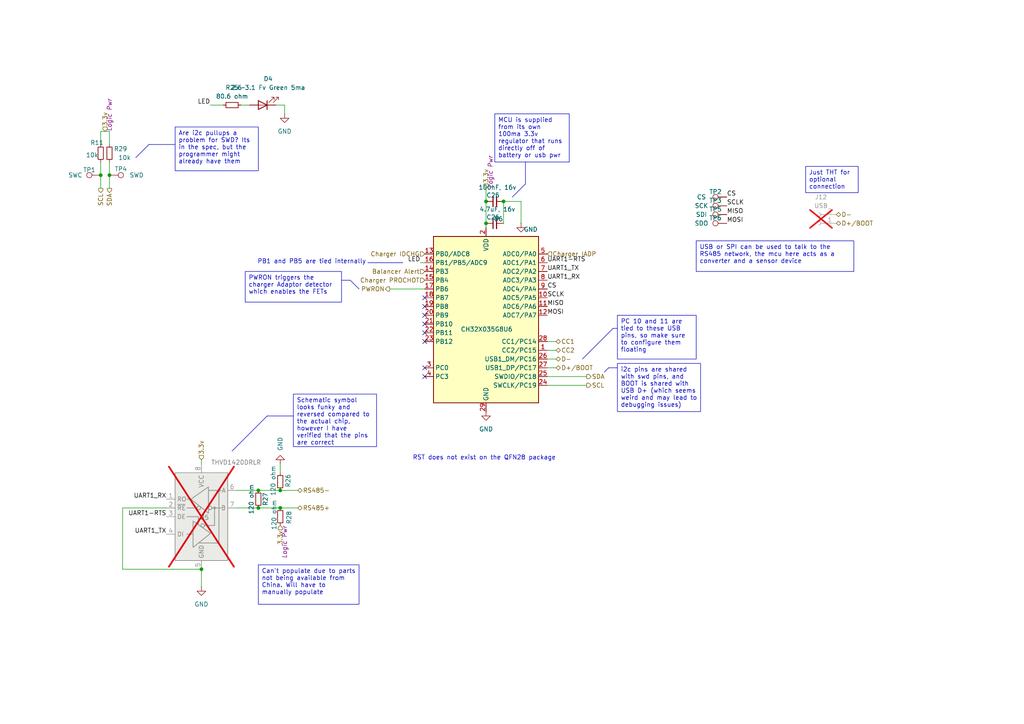
<source format=kicad_sch>
(kicad_sch (version 20231120) (generator "eeschema") (generator_version "8.0")
  (paper "A4")
  (title_block (title "CACKLE 2s 40A PSU & Charger") (date "2024-12-23") (rev "V1") (company "ME") (comment 1 "Author: Asher Edwards"))
  (lib_symbols
    (symbol "Connector:Conn_01x02_Socket" (pin_names (offset 1.016) hide)
      (property "Reference" "J" (at 0 2.54 0))
      (property "Value" "Conn_01x02_Socket" (at 0 -5.08 0))
      (symbol "Conn_01x02_Socket_1_1"
        (arc (start 0 -2.032) (mid -0.5058 -2.54) (end 0 -3.048) (stroke (width 0.1524)))
        (polyline (pts (xy -1.27 -2.54) (xy -0.508 -2.54)) (stroke (width 0.1524)))
        (polyline (pts (xy -1.27 0) (xy -0.508 0)) (stroke (width 0.1524)))
        (arc (start 0 0.508) (mid -0.5058 0) (end 0 -0.508) (stroke (width 0.1524)))
        (pin passive line (at -5.08 0 0) (length 3.81) (name "Pin_1") (number "1"))
        (pin passive line (at -5.08 -2.54 0) (length 3.81) (name "Pin_2") (number "2"))
      )
    )
    (symbol "Connector:TestPoint" (pin_numbers hide) (pin_names (offset 0.762) hide)
      (property "Reference" "TP" (at 0 6.858 0))
      (property "Value" "TestPoint" (at 0 5.08 0))
      (symbol "TestPoint_0_1"
        (circle (center 0 3.302) (radius 0.762))
      )
      (symbol "TestPoint_1_1"
        (pin passive line (at 0 0 90) (length 2.54) (name "1") (number "1"))
      )
    )
    (symbol "Device:C_Small" (pin_numbers hide) (pin_names (offset 0.254) hide)
      (property "Reference" "C" (at 0.254 1.778 0))
      (property "Value" "C_Small" (at 0.254 -2.032 0))
      (symbol "C_Small_0_1"
        (polyline (pts (xy -1.524 -0.508) (xy 1.524 -0.508)) (stroke (width 0.3302)))
        (polyline (pts (xy -1.524 0.508) (xy 1.524 0.508)) (stroke (width 0.3048)))
      )
      (symbol "C_Small_1_1"
        (pin passive line (at 0 2.54 270) (length 2.032) (name "~") (number "1"))
        (pin passive line (at 0 -2.54 90) (length 2.032) (name "~") (number "2"))
      )
    )
    (symbol "Device:LED" (pin_numbers hide) (pin_names (offset 1.016) hide)
      (property "Reference" "D" (at 0 2.54 0))
      (property "Value" "LED" (at 0 -2.54 0))
      (symbol "LED_0_1"
        (polyline (pts (xy -1.27 -1.27) (xy -1.27 1.27)) (stroke (width 0.254)))
        (polyline (pts (xy -1.27 0) (xy 1.27 0)))
        (polyline (pts (xy 1.27 -1.27) (xy 1.27 1.27) (xy -1.27 0) (xy 1.27 -1.27)) (stroke (width 0.254)))
        (polyline (pts (xy -3.048 -0.762) (xy -4.572 -2.286) (xy -3.81 -2.286) (xy -4.572 -2.286) (xy -4.572 -1.524)))
        (polyline (pts (xy -1.778 -0.762) (xy -3.302 -2.286) (xy -2.54 -2.286) (xy -3.302 -2.286) (xy -3.302 -1.524)))
      )
      (symbol "LED_1_1"
        (pin passive line (at -3.81 0 0) (length 2.54) (name "K") (number "1"))
        (pin passive line (at 3.81 0 180) (length 2.54) (name "A") (number "2"))
      )
    )
    (symbol "Device:R_Small" (pin_numbers hide) (pin_names (offset 0.254) hide)
      (property "Reference" "R" (at 0.762 0.508 0))
      (property "Value" "R_Small" (at 0.762 -1.016 0))
      (symbol "R_Small_0_1"
        (rectangle (start -0.762 1.778) (end 0.762 -1.778) (stroke (width 0.2032)))
      )
      (symbol "R_Small_1_1"
        (pin passive line (at 0 2.54 270) (length 0.762) (name "~") (number "1"))
        (pin passive line (at 0 -2.54 90) (length 0.762) (name "~") (number "2"))
      )
    )
    (symbol "Interface_UART:THVD1420D"
      (property "Reference" "U" (at -6.096 11.43 0))
      (property "Value" "THVD1420D" (at 0.762 11.43 0))
      (symbol "THVD1420D_0_1"
        (rectangle (start -7.62 12.7) (end 7.62 -12.7) (stroke (width 0.254)) (fill (type background)))
        (polyline (pts (xy -4.191 2.54) (xy -1.27 2.54)) (stroke (width 0.254)))
        (polyline (pts (xy -2.54 -5.08) (xy -4.191 -5.08)) (stroke (width 0.254)))
        (polyline (pts (xy -0.635 -7.62) (xy 5.08 -7.62)) (stroke (width 0.254)))
        (polyline (pts (xy 0.889 -2.54) (xy 3.81 -2.54)) (stroke (width 0.254)))
        (polyline (pts (xy 2.032 7.62) (xy 5.715 7.62)) (stroke (width 0.254)))
        (polyline (pts (xy 3.048 2.54) (xy 5.715 2.54)) (stroke (width 0.254)))
        (polyline (pts (xy 3.81 -2.54) (xy 3.81 2.54)) (stroke (width 0.254)))
        (polyline (pts (xy 5.08 -7.62) (xy 5.08 7.62)) (stroke (width 0.254)))
        (polyline (pts (xy -4.191 0) (xy -0.889 0) (xy -0.889 -2.286)) (stroke (width 0.254)))
        (polyline (pts (xy -3.175 5.08) (xy -4.191 5.08) (xy -4.064 5.08)) (stroke (width 0.254)))
        (polyline (pts (xy -2.413 -5.08) (xy -2.413 -1.27) (xy 2.667 -4.826) (xy -2.413 -8.89) (xy -2.413 -5.08)) (stroke (width 0.254)))
        (circle (center 0.381 -2.54) (radius 0.508) (stroke (width 0.254)))
        (circle (center 3.81 2.54) (radius 0.2794) (stroke (width 0.254)) (fill (type outline)))
      )
      (symbol "THVD1420D_1_1"
        (circle (center -0.762 2.54) (radius 0.508) (stroke (width 0.254)))
        (polyline (pts (xy 2.032 4.826) (xy 2.032 8.636) (xy -3.048 5.08) (xy 2.032 1.016) (xy 2.032 4.826)) (stroke (width 0.254)))
        (circle (center 2.54 2.54) (radius 0.508) (stroke (width 0.254)))
        (circle (center 5.08 7.62) (radius 0.2794) (stroke (width 0.254)) (fill (type outline)))
        (pin output line (at -10.16 5.08 0) (length 2.54) (name "RO") (number "1"))
        (pin input line (at -10.16 2.54 0) (length 2.54) (name "~{RE}") (number "2"))
        (pin input line (at -10.16 0 0) (length 2.54) (name "DE") (number "3"))
        (pin input line (at -10.16 -5.08 0) (length 2.54) (name "DI") (number "4"))
        (pin power_in line (at 0 -15.24 90) (length 2.54) (name "GND") (number "5"))
        (pin bidirectional line (at 10.16 7.62 180) (length 2.54) (name "A") (number "6"))
        (pin bidirectional line (at 10.16 2.54 180) (length 2.54) (name "B") (number "7"))
        (pin power_in line (at 0 15.24 270) (length 2.54) (name "VCC") (number "8"))
      )
    )
    (symbol "power:GND" (power) (pin_numbers hide) (pin_names (offset 0) hide)
      (property "Value" "GND" (at 0 -3.81 0))
      (symbol "GND_0_1"
        (polyline (pts (xy 0 0) (xy 0 -1.27) (xy 1.27 -1.27) (xy 0 -2.54) (xy -1.27 -1.27) (xy 0 -1.27)))
      )
      (symbol "GND_1_1"
        (pin power_in line (at 0 0 270) (length 0) (name "~") (number "1"))
      )
    )
    (symbol "wch_mcu:CH32X035G8U6"
      (property "Reference" "U" (at -5.08 -30.48 0))
      (property "Value" "CH32X035G8U6" (at 10.16 -30.48 0))
      (symbol "CH32X035G8U6_0_1"
        (rectangle (start -15.24 22.86) (end 15.24 -25.4) (stroke (width 0.254)) (fill (type background)))
      )
      (symbol "CH32X035G8U6_1_1"
        (pin bidirectional line (at 17.78 -10.16 180) (length 2.54) (name "CC2/PC15") (number "1"))
        (pin bidirectional line (at 17.78 5.08 180) (length 2.54) (name "ADC5/PA5") (number "10"))
        (pin bidirectional line (at 17.78 2.54 180) (length 2.54) (name "ADC6/PA6") (number "11"))
        (pin bidirectional line (at 17.78 0 180) (length 2.54) (name "ADC7/PA7") (number "12"))
        (pin bidirectional line (at -17.78 17.78 0) (length 2.54) (name "PB0/ADC8") (number "13"))
        (pin bidirectional line (at -17.78 12.7 0) (length 2.54) (name "PB3") (number "14"))
        (pin bidirectional line (at -17.78 10.16 0) (length 2.54) (name "PB4") (number "15"))
        (pin bidirectional line (at -17.78 15.24 0) (length 2.54) (name "PB1/PB5/ADC9") (number "16"))
        (pin bidirectional line (at -17.78 7.62 0) (length 2.54) (name "PB6") (number "17"))
        (pin bidirectional line (at -17.78 5.08 0) (length 2.54) (name "PB7") (number "18"))
        (pin bidirectional line (at -17.78 2.54 0) (length 2.54) (name "PB8") (number "19"))
        (pin power_in line (at 0 25.4 270) (length 2.54) (name "VDD") (number "2"))
        (pin bidirectional line (at -17.78 0 0) (length 2.54) (name "PB9") (number "20"))
        (pin bidirectional line (at -17.78 -2.54 0) (length 2.54) (name "PB10") (number "21"))
        (pin bidirectional line (at -17.78 -5.08 0) (length 2.54) (name "PB11") (number "22"))
        (pin bidirectional line (at -17.78 -7.62 0) (length 2.54) (name "PB12") (number "23"))
        (pin bidirectional line (at 17.78 -20.32 180) (length 2.54) (name "SWCLK/PC19") (number "24"))
        (pin bidirectional line (at 17.78 -17.78 180) (length 2.54) (name "SWDIO/PC18") (number "25"))
        (pin bidirectional line (at 17.78 -12.7 180) (length 2.54) (name "USB1_DM/PC16") (number "26"))
        (pin bidirectional line (at 17.78 -15.24 180) (length 2.54) (name "USB1_DP/PC17") (number "27"))
        (pin bidirectional line (at 17.78 -7.62 180) (length 2.54) (name "CC1/PC14") (number "28"))
        (pin power_in line (at 0 -27.94 90) (length 2.54) (name "GND") (number "29"))
        (pin bidirectional line (at -17.78 -15.24 0) (length 2.54) (name "PC0") (number "3"))
        (pin bidirectional line (at -17.78 -17.78 0) (length 2.54) (name "PC3") (number "4"))
        (pin bidirectional line (at 17.78 17.78 180) (length 2.54) (name "ADC0/PA0") (number "5"))
        (pin bidirectional line (at 17.78 15.24 180) (length 2.54) (name "ADC1/PA1") (number "6"))
        (pin bidirectional line (at 17.78 12.7 180) (length 2.54) (name "ADC2/PA2") (number "7"))
        (pin bidirectional line (at 17.78 10.16 180) (length 2.54) (name "ADC3/PA3") (number "8"))
        (pin bidirectional line (at 17.78 7.62 180) (length 2.54) (name "ADC4/PA4") (number "9"))
      )
    )
  )
  (junction (at 81.28 142.24))
  (junction (at 58.42 165.1))
  (junction (at 140.97 64.77))
  (junction (at 81.28 147.32))
  (junction (at 31.75 50.8))
  (junction (at 74.93 147.32))
  (junction (at 140.97 58.42))
  (junction (at 146.05 58.42))
  (junction (at 29.21 50.8))
  (junction (at 74.93 142.24))
  (no_connect (at 123.19 109.22))
  (no_connect (at 123.19 91.44))
  (no_connect (at 123.19 106.68))
  (no_connect (at 123.19 86.36))
  (no_connect (at 123.19 88.9))
  (no_connect (at 123.19 96.52))
  (no_connect (at 123.19 93.98))
  (no_connect (at 123.19 99.06))
  (polyline (pts (xy 67.31 130.81) (xy 77.47 120.65)))
  (polyline (pts (xy 101.6 81.28) (xy 104.14 83.82)))
  (polyline (pts (xy 106.68 76.2) (xy 116.84 76.2)))
  (wire (pts (xy 140.97 58.42) (xy 140.97 64.77)))
  (wire (pts (xy 58.42 170.18) (xy 58.42 165.1)))
  (wire (pts (xy 58.42 133.35) (xy 58.42 134.62)))
  (wire (pts (xy 158.75 109.22) (xy 170.18 109.22)))
  (wire (pts (xy 81.28 147.32) (xy 86.36 147.32)))
  (wire (pts (xy 29.21 38.1) (xy 31.75 38.1)))
  (wire (pts (xy 151.13 58.42) (xy 146.05 58.42)))
  (wire (pts (xy 80.01 30.48) (xy 82.55 30.48)))
  (polyline (pts (xy 152.4 46.99) (xy 152.4 53.34)))
  (wire (pts (xy 60.96 30.48) (xy 64.77 30.48)))
  (polyline (pts (xy 175.26 107.95) (xy 176.53 106.68)))
  (wire (pts (xy 31.75 41.91) (xy 31.75 38.1)))
  (wire (pts (xy 29.21 50.8) (xy 29.21 54.61)))
  (wire (pts (xy 82.55 30.48) (xy 82.55 33.02)))
  (wire (pts (xy 74.93 142.24) (xy 68.58 142.24)))
  (wire (pts (xy 161.29 104.14) (xy 158.75 104.14)))
  (polyline (pts (xy 148.59 57.15) (xy 152.4 53.34)))
  (polyline (pts (xy 99.06 81.28) (xy 101.6 81.28)))
  (wire (pts (xy 35.56 165.1) (xy 58.42 165.1)))
  (wire (pts (xy 48.26 147.32) (xy 35.56 147.32)))
  (polyline (pts (xy 50.8 41.91) (xy 43.18 41.91)))
  (wire (pts (xy 113.03 83.82) (xy 123.19 83.82)))
  (wire (pts (xy 81.28 134.62) (xy 81.28 137.16)))
  (polyline (pts (xy 179.07 95.25) (xy 177.8 95.25)))
  (wire (pts (xy 29.21 50.8) (xy 29.21 46.99)))
  (polyline (pts (xy 168.91 104.14) (xy 177.8 95.25)))
  (polyline (pts (xy 85.09 120.65) (xy 77.47 120.65)))
  (wire (pts (xy 146.05 58.42) (xy 146.05 64.77)))
  (polyline (pts (xy 179.07 106.68) (xy 176.53 106.68)))
  (wire (pts (xy 31.75 50.8) (xy 31.75 46.99)))
  (wire (pts (xy 158.75 111.76) (xy 170.18 111.76)))
  (wire (pts (xy 140.97 54.61) (xy 140.97 58.42)))
  (wire (pts (xy 161.29 106.68) (xy 158.75 106.68)))
  (wire (pts (xy 151.13 64.77) (xy 151.13 58.42)))
  (wire (pts (xy 121.92 76.2) (xy 123.19 76.2)))
  (wire (pts (xy 74.93 147.32) (xy 68.58 147.32)))
  (wire (pts (xy 69.85 30.48) (xy 72.39 30.48)))
  (wire (pts (xy 161.29 101.6) (xy 158.75 101.6)))
  (wire (pts (xy 161.29 99.06) (xy 158.75 99.06)))
  (wire (pts (xy 74.93 147.32) (xy 81.28 147.32)))
  (wire (pts (xy 140.97 64.77) (xy 140.97 66.04)))
  (wire (pts (xy 31.75 54.61) (xy 31.75 50.8)))
  (wire (pts (xy 29.21 38.1) (xy 29.21 41.91)))
  (wire (pts (xy 81.28 142.24) (xy 86.36 142.24)))
  (wire (pts (xy 35.56 147.32) (xy 35.56 165.1)))
  (polyline (pts (xy 39.37 45.72) (xy 43.18 41.91)))
  (wire (pts (xy 81.28 142.24) (xy 74.93 142.24)))
  (text_box "i2c pins are shared with swd pins, and BOOT is shared with USB D+ (which seems weird and may lead to debugging issues)" (at 179.07 105.41 0) (size 24.13 13.97) (effects (font (size 1.27 1.27)) (justify left top)))
  (text_box "MCU is supplied from its own 100ma 3.3v regulator that runs directly off of battery or usb pwr" (at 143.51 33.02 0) (size 21.59 13.97) (effects (font (size 1.27 1.27)) (justify left top)))
  (text_box "USB or SPI can be used to talk to the RS485 network, the mcu here acts as a converter and a sensor device" (at 201.93 69.85 0) (size 45.72 8.89) (effects (font (size 1.27 1.27)) (justify left top)))
  (text_box "Just THT for optional connection" (at 233.68 48.26 0) (size 15.24 7.62) (effects (font (size 1.27 1.27)) (justify left top)))
  (text_box "PC 10 and 11 are tied to these USB pins, so make sure to configure them floating" (at 179.07 91.44 0) (size 22.86 12.7) (effects (font (size 1.27 1.27)) (justify left top)))
  (text_box "PWRON triggers the charger Adaptor detector which enables the FETs" (at 71.12 78.74 0) (size 27.94 8.89) (effects (font (size 1.27 1.27)) (justify left top)))
  (text_box "Can't populate due to parts not being available from China. Will have to manually populate" (at 74.93 163.83 0) (size 29.21 11.43) (effects (font (size 1.27 1.27)) (justify left top)))
  (text_box "Schematic symbol looks funky and reversed compared to the actual chip, however I have verified that the pins are correct" (at 85.09 114.3 0) (size 24.13 15.24) (effects (font (size 1.27 1.27)) (justify left top)))
  (text_box "Are i2c pullups a problem for SWD? Its in the spec, but the programmer might already have them" (at 50.8 36.83 0) (size 24.13 12.7) (effects (font (size 1.27 1.27)) (justify left top)))
  (text "RST does not exist on the QFN28 package" (at 140.462 132.842 0) (effects (font (size 1.27 1.27))))
  (text "PB1 and PB5 are tied internally" (at 90.424 75.946 0) (effects (font (size 1.27 1.27))))
  (label "MOSI" (at 210.82 64.77 0))
  (label "CS" (at 210.82 57.15 0))
  (label "UART1-RTS" (at 158.75 76.2 0))
  (label "SCLK" (at 158.75 86.36 0))
  (label "SCLK" (at 210.82 59.69 0))
  (label "MOSI" (at 158.75 91.44 0))
  (label "MISO" (at 158.75 88.9 0))
  (label "LED" (at 121.92 76.2 180))
  (label "UART1-RTS" (at 48.26 149.86 180))
  (label "UART1_TX" (at 48.26 154.94 180))
  (label "MISO" (at 210.82 62.23 0))
  (label "UART1_TX" (at 158.75 78.74 0))
  (label "UART1_RX" (at 48.26 144.78 180))
  (label "UART1_RX" (at 158.75 81.28 0))
  (label "CS" (at 158.75 83.82 0))
  (label "LED" (at 60.96 30.48 180))
  (hierarchical_label "3.3v" (shape input) (at 140.97 54.61 90) (property "Netclass" "Logic Pwr" (at 142.24 54.61 90) (effects (font (italic yes)) (justify left))))
  (hierarchical_label "PWRON" (shape output) (at 113.03 83.82 180))
  (hierarchical_label "D+{slash}BOOT" (shape bidirectional) (at 161.29 106.68 0))
  (hierarchical_label "SDA" (shape output) (at 170.18 109.22 0))
  (hierarchical_label "Charger IADP" (shape input) (at 158.75 73.66 0))
  (hierarchical_label "Charger PROCHOT" (shape input) (at 123.19 81.28 180))
  (hierarchical_label "CC2" (shape bidirectional) (at 161.29 101.6 0))
  (hierarchical_label "D-" (shape bidirectional) (at 161.29 104.14 0))
  (hierarchical_label "Balancer Alert" (shape input) (at 123.19 78.74 180))
  (hierarchical_label "SDA" (shape output) (at 31.75 54.61 270))
  (hierarchical_label "RS485-" (shape bidirectional) (at 86.36 142.24 0))
  (hierarchical_label "SCL" (shape output) (at 170.18 111.76 0))
  (hierarchical_label "RS485+" (shape bidirectional) (at 86.36 147.32 0))
  (hierarchical_label "3.3v" (shape input) (at 58.42 133.35 90))
  (hierarchical_label "D+{slash}BOOT" (shape bidirectional) (at 242.57 64.77 0))
  (hierarchical_label "Charger IDCHG" (shape input) (at 123.19 73.66 180))
  (hierarchical_label "D-" (shape bidirectional) (at 242.57 62.23 0))
  (hierarchical_label "3.3v" (shape input) (at 81.28 152.4 270) (property "Netclass" "Logic Pwr" (at 82.55 152.4 90) (effects (font (italic yes)) (justify right))))
  (hierarchical_label "3.3v" (shape input) (at 30.48 38.1 90) (property "Netclass" "Logic Pwr" (at 31.75 38.1 90) (effects (font (italic yes)) (justify left))))
  (hierarchical_label "SCL" (shape output) (at 29.21 54.61 270))
  (hierarchical_label "CC1" (shape bidirectional) (at 161.29 99.06 0))
  (symbol (lib_id "Connector:TestPoint") (at 29.21 50.8 90) (unit 1) (in_bom no)
    (property "Reference" "TP1" (at 25.908 49.276 90))
    (property "Value" "SWC" (at 21.844 50.8 90))
    (property "Footprint" "TestPoint:TestPoint_Pad_D1.0mm" (effects (hide yes)))
    (property "Description" "test point" (effects (hide yes)))
  )
  (symbol (lib_id "Device:LED") (at 76.2 30.48 180) (unit 1)
    (property "Reference" "D4" (at 77.7875 22.86 0))
    (property "Value" "2.6~3.1 Fv Green 5ma" (at 77.7875 25.4 0))
    (property "Footprint" "LED_SMD:LED_0603_1608Metric_Pad1.05x0.95mm_HandSolder" (effects (hide yes)))
    (property "Description" "Light emitting diode" (effects (hide yes)))
    (property "LCSC" "C3028858" (effects (hide yes)))
  )
  (symbol (lib_id "Device:R_Small") (at 29.21 44.45 180) (unit 1)
    (property "Reference" "R11" (at 26.162 41.402 0) (effects (justify right)))
    (property "Value" "10k" (at 24.892 44.958 0) (effects (justify right)))
    (property "Footprint" "Resistor_SMD:R_0402_1005Metric" (effects (hide yes)))
    (property "Description" "Resistor, small symbol" (effects (hide yes)))
    (property "LCSC" "C25744" (effects (hide yes)))
  )
  (symbol (lib_id "Device:R_Small") (at 74.93 144.78 0) (unit 1)
    (property "Reference" "R27" (at 76.962 144.78 90))
    (property "Value" "120 ohm" (at 72.898 144.78 90))
    (property "Footprint" "Resistor_SMD:R_0402_1005Metric" (effects (hide yes)))
    (property "Description" "Resistor, small symbol" (effects (hide yes)))
  )
  (symbol (lib_id "Device:R_Small") (at 81.28 139.7 180) (unit 1)
    (property "Reference" "R26" (at 83.566 139.446 90))
    (property "Value" "120 ohm" (at 79.248 139.446 90))
    (property "Footprint" "Resistor_SMD:R_0402_1005Metric" (effects (hide yes)))
    (property "Description" "Resistor, small symbol" (effects (hide yes)))
  )
  (symbol (lib_id "Connector:TestPoint") (at 210.82 62.23 90) (unit 1) (in_bom no)
    (property "Reference" "TP5" (at 207.518 60.706 90))
    (property "Value" "SDI" (at 203.454 62.23 90))
    (property "Footprint" "TestPoint:TestPoint_Pad_D1.0mm" (effects (hide yes)))
    (property "Description" "test point" (effects (hide yes)))
  )
  (symbol (lib_id "Connector:TestPoint") (at 210.82 64.77 90) (unit 1) (in_bom no)
    (property "Reference" "TP6" (at 207.518 63.246 90))
    (property "Value" "SDO" (at 203.454 64.77 90))
    (property "Footprint" "TestPoint:TestPoint_Pad_D1.0mm" (effects (hide yes)))
    (property "Description" "test point" (effects (hide yes)))
  )
  (symbol (lib_id "power:GND") (at 151.13 64.77 0) (unit 1)
    (property "Reference" "#PWR033" (effects (hide yes)))
    (property "Value" "GND" (at 153.924 66.548 0))
    (property "Description" "Power symbol creates a global label with name \"GND\" , ground" (effects (hide yes)))
  )
  (symbol (lib_id "Device:R_Small") (at 67.31 30.48 90) (unit 1)
    (property "Reference" "R25" (at 67.31 25.4 90))
    (property "Value" "80.6 ohm" (at 67.31 27.94 90))
    (property "Footprint" "Resistor_SMD:R_0402_1005Metric" (effects (hide yes)))
    (property "Description" "Resistor, small symbol" (effects (hide yes)))
  )
  (symbol (lib_id "power:GND") (at 81.28 134.62 180) (unit 1)
    (property "Reference" "#PWR036" (effects (hide yes)))
    (property "Value" "GND" (at 81.2801 130.81 90) (effects (justify right)))
    (property "Description" "Power symbol creates a global label with name \"GND\" , ground" (effects (hide yes)))
  )
  (symbol (lib_id "Connector:TestPoint") (at 210.82 57.15 90) (unit 1) (in_bom no)
    (property "Reference" "TP2" (at 207.518 55.626 90))
    (property "Value" "CS" (at 203.454 57.15 90))
    (property "Footprint" "TestPoint:TestPoint_Pad_D1.0mm" (effects (hide yes)))
    (property "Description" "test point" (effects (hide yes)))
  )
  (symbol (lib_id "Connector:TestPoint") (at 210.82 59.69 90) (unit 1) (in_bom no)
    (property "Reference" "TP3" (at 207.518 58.166 90))
    (property "Value" "SCK" (at 203.454 59.69 90))
    (property "Footprint" "TestPoint:TestPoint_Pad_D1.0mm" (effects (hide yes)))
    (property "Description" "test point" (effects (hide yes)))
  )
  (symbol (lib_id "power:GND") (at 82.55 33.02 0) (unit 1)
    (property "Reference" "#PWR031" (effects (hide yes)))
    (property "Value" "GND" (at 82.55 38.1 0))
    (property "Description" "Power symbol creates a global label with name \"GND\" , ground" (effects (hide yes)))
  )
  (symbol (lib_id "Device:C_Small") (at 143.51 58.42 90) (unit 1)
    (property "Reference" "C25" (at 143.002 56.642 90))
    (property "Value" "100nF, 16v" (at 144.272 54.356 90))
    (property "Footprint" "Capacitor_SMD:C_0402_1005Metric" (effects (hide yes)))
    (property "Description" "Unpolarized capacitor, small symbol" (effects (hide yes)))
    (property "LCSC" "C1525" (effects (hide yes)))
  )
  (symbol (lib_id "wch_mcu:CH32X035G8U6") (at 140.97 91.44 0) (unit 1)
    (property "Reference" "U6" (at 143.1641 63.5 0) (effects (justify left)))
    (property "Value" "CH32X035G8U6" (at 133.604 95.504 0) (effects (justify left)))
    (property "Footprint" "Package_DFN_QFN:QFN-28-1EP_4x4mm_P0.4mm_EP2.8x2.8mm" (effects (hide yes)))
  )
  (symbol (lib_id "Interface_UART:THVD1420D") (at 58.42 149.86 0) (unit 1) (dnp yes)
    (property "Reference" "U5" (at 57.912 150.114 0) (effects (justify left)))
    (property "Value" "THVD1420DRLR" (at 61.214 134.112 0) (effects (justify left)))
    (property "Footprint" "Package_TO_SOT_SMD:SOT-583-8" (effects (hide yes)))
    (property "Datasheet" "https://www.ti.com/lit/ds/symlink/thvd1420.pdf" (effects (hide yes)))
    (property "Description" "Half duplex RS-485/RS-422, 12 Mbps, 3V - 5.5V supply, ±12kV electro-static discharge (ESD) protection, with receiver/driver enable, 32 receiver drive capacity, SOIC-8" (effects (hide yes)))
  )
  (symbol (lib_id "Connector:TestPoint") (at 31.75 50.8 270) (unit 1) (in_bom no)
    (property "Reference" "TP4" (at 35.052 49.022 90))
    (property "Value" "SWD" (at 39.624 50.8 90))
    (property "Footprint" "TestPoint:TestPoint_Pad_D1.0mm" (effects (hide yes)))
    (property "Description" "test point" (effects (hide yes)))
  )
  (symbol (lib_id "power:GND") (at 58.42 170.18 0) (unit 1)
    (property "Reference" "#PWR034" (effects (hide yes)))
    (property "Value" "GND" (at 58.42 175.26 0))
    (property "Description" "Power symbol creates a global label with name \"GND\" , ground" (effects (hide yes)))
  )
  (symbol (lib_id "power:GND") (at 140.97 119.38 0) (unit 1)
    (property "Reference" "#PWR030" (effects (hide yes)))
    (property "Value" "GND" (at 140.97 124.46 0))
    (property "Description" "Power symbol creates a global label with name \"GND\" , ground" (effects (hide yes)))
  )
  (symbol (lib_id "Device:R_Small") (at 81.28 149.86 180) (unit 1)
    (property "Reference" "R28" (at 83.82 150.114 90))
    (property "Value" "120 ohm" (at 79.502 149.352 90))
    (property "Footprint" "Resistor_SMD:R_0402_1005Metric" (effects (hide yes)))
    (property "Description" "Resistor, small symbol" (effects (hide yes)))
  )
  (symbol (lib_id "Connector:Conn_01x02_Socket") (at 237.49 64.77 180) (unit 1) (in_bom no) (dnp yes)
    (property "Reference" "J12" (at 238.125 57.15 0))
    (property "Value" "USB" (at 238.125 59.69 0))
    (property "Footprint" "Connector_PinHeader_1.27mm:PinHeader_1x02_P1.27mm_Vertical" (effects (hide yes)))
    (property "Description" "Generic connector, single row, 01x02, script generated" (effects (hide yes)))
  )
  (symbol (lib_id "Device:R_Small") (at 31.75 44.45 180) (unit 1)
    (property "Reference" "R29" (at 33.02 43.18 0) (effects (justify right)))
    (property "Value" "10k" (at 34.29 45.7199 0) (effects (justify right)))
    (property "Footprint" "Resistor_SMD:R_0402_1005Metric" (effects (hide yes)))
    (property "Description" "Resistor, small symbol" (effects (hide yes)))
    (property "LCSC" "C25744" (effects (hide yes)))
  )
  (symbol (lib_id "Device:C_Small") (at 143.51 64.77 90) (unit 1)
    (property "Reference" "C26" (at 143.002 62.992 90))
    (property "Value" "4.7uF, 16v" (at 144.272 60.706 90))
    (property "Footprint" "Capacitor_SMD:C_0603_1608Metric" (effects (hide yes)))
    (property "Description" "Unpolarized capacitor, small symbol" (effects (hide yes)))
    (property "LCSC" "C19666" (effects (hide yes)))
  )
)
</source>
